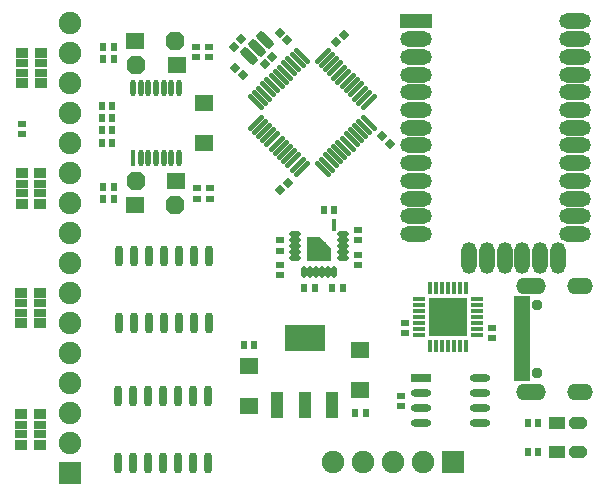
<source format=gts>
G04*
G04 #@! TF.GenerationSoftware,Altium Limited,Altium Designer,18.1.9 (240)*
G04*
G04 Layer_Color=8388736*
%FSLAX25Y25*%
%MOIN*%
G70*
G01*
G75*
%ADD52O,0.05131X0.10642*%
%ADD53O,0.10642X0.05131*%
%ADD54R,0.10642X0.05131*%
%ADD55R,0.02375X0.02769*%
%ADD56R,0.05800X0.04300*%
G04:AMPARAMS|DCode=57|XSize=58mil|YSize=43mil|CornerRadius=0mil|HoleSize=0mil|Usage=FLASHONLY|Rotation=0.000|XOffset=0mil|YOffset=0mil|HoleType=Round|Shape=Octagon|*
%AMOCTAGOND57*
4,1,8,0.02900,-0.01075,0.02900,0.01075,0.01825,0.02150,-0.01825,0.02150,-0.02900,0.01075,-0.02900,-0.01075,-0.01825,-0.02150,0.01825,-0.02150,0.02900,-0.01075,0.0*
%
%ADD57OCTAGOND57*%

G04:AMPARAMS|DCode=58|XSize=23.75mil|YSize=27.69mil|CornerRadius=0mil|HoleSize=0mil|Usage=FLASHONLY|Rotation=225.000|XOffset=0mil|YOffset=0mil|HoleType=Round|Shape=Rectangle|*
%AMROTATEDRECTD58*
4,1,4,-0.00139,0.01818,0.01818,-0.00139,0.00139,-0.01818,-0.01818,0.00139,-0.00139,0.01818,0.0*
%
%ADD58ROTATEDRECTD58*%

G04:AMPARAMS|DCode=59|XSize=23.75mil|YSize=27.69mil|CornerRadius=0mil|HoleSize=0mil|Usage=FLASHONLY|Rotation=135.000|XOffset=0mil|YOffset=0mil|HoleType=Round|Shape=Rectangle|*
%AMROTATEDRECTD59*
4,1,4,0.01818,0.00139,-0.00139,-0.01818,-0.01818,-0.00139,0.00139,0.01818,0.01818,0.00139,0.0*
%
%ADD59ROTATEDRECTD59*%

G04:AMPARAMS|DCode=60|XSize=29.65mil|YSize=65.09mil|CornerRadius=9.41mil|HoleSize=0mil|Usage=FLASHONLY|Rotation=225.000|XOffset=0mil|YOffset=0mil|HoleType=Round|Shape=RoundedRectangle|*
%AMROUNDEDRECTD60*
21,1,0.02965,0.04626,0,0,225.0*
21,1,0.01083,0.06509,0,0,225.0*
1,1,0.01883,-0.02018,0.01253*
1,1,0.01883,-0.01253,0.02018*
1,1,0.01883,0.02018,-0.01253*
1,1,0.01883,0.01253,-0.02018*
%
%ADD60ROUNDEDRECTD60*%
G04:AMPARAMS|DCode=61|XSize=29.65mil|YSize=65.09mil|CornerRadius=9.41mil|HoleSize=0mil|Usage=FLASHONLY|Rotation=225.000|XOffset=0mil|YOffset=0mil|HoleType=Round|Shape=RoundedRectangle|*
%AMROUNDEDRECTD61*
21,1,0.02965,0.04626,0,0,225.0*
21,1,0.01083,0.06509,0,0,225.0*
1,1,0.01883,-0.02018,0.01253*
1,1,0.01883,-0.01253,0.02018*
1,1,0.01883,0.02018,-0.01253*
1,1,0.01883,0.01253,-0.02018*
%
%ADD61ROUNDEDRECTD61*%
%ADD62R,0.05328X0.01981*%
%ADD63R,0.05320X0.01980*%
%ADD64R,0.12729X0.12729*%
%ADD65R,0.04147X0.01784*%
%ADD66R,0.01784X0.04147*%
G04:AMPARAMS|DCode=67|XSize=17.84mil|YSize=69.02mil|CornerRadius=0mil|HoleSize=0mil|Usage=FLASHONLY|Rotation=45.000|XOffset=0mil|YOffset=0mil|HoleType=Round|Shape=Round|*
%AMOVALD67*
21,1,0.05118,0.01784,0.00000,0.00000,135.0*
1,1,0.01784,0.01810,-0.01810*
1,1,0.01784,-0.01810,0.01810*
%
%ADD67OVALD67*%

G04:AMPARAMS|DCode=68|XSize=17.84mil|YSize=69.02mil|CornerRadius=0mil|HoleSize=0mil|Usage=FLASHONLY|Rotation=315.000|XOffset=0mil|YOffset=0mil|HoleType=Round|Shape=Round|*
%AMOVALD68*
21,1,0.05118,0.01784,0.00000,0.00000,45.0*
1,1,0.01784,-0.01810,-0.01810*
1,1,0.01784,0.01810,0.01810*
%
%ADD68OVALD68*%

%ADD69O,0.03950X0.01784*%
%ADD70O,0.01784X0.03950*%
%ADD71R,0.01784X0.03950*%
%ADD72R,0.04737X0.04737*%
%ADD73R,0.02769X0.02375*%
%ADD74R,0.04343X0.03359*%
%ADD75R,0.04343X0.02769*%
%ADD76R,0.06706X0.02769*%
%ADD77O,0.06706X0.02769*%
%ADD78R,0.13398X0.09068*%
%ADD79R,0.04343X0.09068*%
%ADD80R,0.06312X0.05524*%
G04:AMPARAMS|DCode=81|XSize=63mil|YSize=58mil|CornerRadius=0mil|HoleSize=0mil|Usage=FLASHONLY|Rotation=180.000|XOffset=0mil|YOffset=0mil|HoleType=Round|Shape=Octagon|*
%AMOCTAGOND81*
4,1,8,-0.03150,0.01450,-0.03150,-0.01450,-0.01700,-0.02900,0.01700,-0.02900,0.03150,-0.01450,0.03150,0.01450,0.01700,0.02900,-0.01700,0.02900,-0.03150,0.01450,0.0*
%
%ADD81OCTAGOND81*%

%ADD82R,0.06300X0.05800*%
%ADD83O,0.01784X0.05524*%
%ADD84R,0.01784X0.05524*%
%ADD85O,0.02559X0.07087*%
%ADD86R,0.07493X0.07493*%
%ADD87C,0.07493*%
%ADD88O,0.09855X0.05524*%
%ADD89O,0.08674X0.05524*%
%ADD90C,0.03753*%
%ADD91R,0.07493X0.07493*%
G36*
X12437Y-133237D02*
X4563D01*
Y-125363D01*
X8763Y-125363D01*
X12437Y-129037D01*
X12437Y-133237D01*
D02*
G37*
D52*
X64447Y-132231D02*
D03*
X70353D02*
D03*
X76258D02*
D03*
X82164D02*
D03*
X58542D02*
D03*
X88069D02*
D03*
D53*
X93975Y-124357D02*
D03*
Y-118452D02*
D03*
Y-112547D02*
D03*
Y-106641D02*
D03*
Y-100735D02*
D03*
Y-94830D02*
D03*
Y-88924D02*
D03*
Y-83019D02*
D03*
Y-77113D02*
D03*
Y-71208D02*
D03*
Y-65302D02*
D03*
Y-59397D02*
D03*
Y-53491D02*
D03*
X40825Y-59397D02*
D03*
Y-65302D02*
D03*
Y-71208D02*
D03*
Y-77113D02*
D03*
Y-83019D02*
D03*
Y-88924D02*
D03*
Y-94830D02*
D03*
Y-100735D02*
D03*
Y-106641D02*
D03*
Y-112547D02*
D03*
Y-118452D02*
D03*
Y-124357D02*
D03*
D54*
Y-53491D02*
D03*
D55*
X78229Y-197100D02*
D03*
X81575Y-197100D02*
D03*
X-60408Y-89800D02*
D03*
X-63754D02*
D03*
Y-85700D02*
D03*
X-60408D02*
D03*
X-63754Y-81600D02*
D03*
X-60408D02*
D03*
Y-93900D02*
D03*
X-63754D02*
D03*
X-60008Y-66100D02*
D03*
X-63354D02*
D03*
Y-108600D02*
D03*
X-60008D02*
D03*
X-63354Y-62000D02*
D03*
X-60008D02*
D03*
Y-112640D02*
D03*
X-63354D02*
D03*
X78129Y-187500D02*
D03*
X81475D02*
D03*
X-16571Y-161300D02*
D03*
X-13028Y-161300D02*
D03*
X20629Y-184100D02*
D03*
X24172Y-184100D02*
D03*
X3573Y-142400D02*
D03*
X7116Y-142400D02*
D03*
X16445Y-142383D02*
D03*
X12902Y-142383D02*
D03*
X13421Y-116283D02*
D03*
X10075D02*
D03*
D56*
X87801Y-197174D02*
D03*
X87700Y-187474D02*
D03*
D57*
X94801Y-197174D02*
D03*
X94700Y-187474D02*
D03*
D58*
X-9553Y-67852D02*
D03*
X-7186Y-65486D02*
D03*
X-1847Y-107248D02*
D03*
X-4353Y-109753D02*
D03*
X14195Y-60505D02*
D03*
X16700Y-58000D02*
D03*
X-20006Y-62005D02*
D03*
X-17500Y-59500D02*
D03*
D59*
X-4652Y-57247D02*
D03*
X-2147Y-59753D02*
D03*
X29648Y-91747D02*
D03*
X32153Y-94253D02*
D03*
X-16848Y-71453D02*
D03*
X-19353Y-68947D02*
D03*
D60*
X-9555Y-59755D02*
D03*
D61*
X-12200Y-62400D02*
D03*
X-14845Y-65045D02*
D03*
D62*
X76057Y-146111D02*
D03*
Y-147292D02*
D03*
X76057Y-149260D02*
D03*
X76057Y-150442D02*
D03*
X76057Y-152410D02*
D03*
X76057Y-156347D02*
D03*
X76063Y-158316D02*
D03*
X76057Y-160284D02*
D03*
X76064Y-162254D02*
D03*
X76055Y-164221D02*
D03*
X76073Y-168158D02*
D03*
Y-169339D02*
D03*
X76063Y-171308D02*
D03*
Y-172489D02*
D03*
D63*
X76057Y-154379D02*
D03*
X76057Y-166190D02*
D03*
D64*
X51500Y-151979D02*
D03*
D65*
X41953Y-157885D02*
D03*
Y-155916D02*
D03*
Y-153948D02*
D03*
Y-151979D02*
D03*
Y-150011D02*
D03*
Y-148042D02*
D03*
Y-146074D02*
D03*
X61047D02*
D03*
Y-148042D02*
D03*
Y-150011D02*
D03*
X61047Y-151979D02*
D03*
X61047Y-153948D02*
D03*
Y-155916D02*
D03*
Y-157885D02*
D03*
D66*
X45594Y-142432D02*
D03*
X47563D02*
D03*
X49531D02*
D03*
X51500Y-142432D02*
D03*
X53469Y-142432D02*
D03*
X55437D02*
D03*
X57406D02*
D03*
Y-161526D02*
D03*
X55437D02*
D03*
X53469D02*
D03*
X51500D02*
D03*
X49531D02*
D03*
X47563D02*
D03*
X45594D02*
D03*
D67*
X2721Y-65010D02*
D03*
X1329Y-66402D02*
D03*
X-63Y-67794D02*
D03*
X-1455Y-69186D02*
D03*
X-2847Y-70578D02*
D03*
X-4239Y-71970D02*
D03*
X-5630Y-73361D02*
D03*
X-7022Y-74753D02*
D03*
X-8414Y-76145D02*
D03*
X-9806Y-77537D02*
D03*
X-11198Y-78929D02*
D03*
X-12590Y-80321D02*
D03*
X9679Y-102590D02*
D03*
X11071Y-101198D02*
D03*
X12463Y-99806D02*
D03*
X13855Y-98414D02*
D03*
X15247Y-97022D02*
D03*
X16638Y-95630D02*
D03*
X18030Y-94239D02*
D03*
X19422Y-92847D02*
D03*
X20814Y-91455D02*
D03*
X22206Y-90063D02*
D03*
X23598Y-88671D02*
D03*
X24990Y-87279D02*
D03*
D68*
X-12590D02*
D03*
X-11198Y-88671D02*
D03*
X-9806Y-90063D02*
D03*
X-8414Y-91455D02*
D03*
X-7022Y-92847D02*
D03*
X-5630Y-94239D02*
D03*
X-4239Y-95630D02*
D03*
X-2847Y-97022D02*
D03*
X-1455Y-98414D02*
D03*
X-63Y-99806D02*
D03*
X1329Y-101198D02*
D03*
X2721Y-102590D02*
D03*
X24990Y-80321D02*
D03*
X23598Y-78929D02*
D03*
X22206Y-77537D02*
D03*
X20814Y-76145D02*
D03*
X19422Y-74753D02*
D03*
X18030Y-73361D02*
D03*
X16638Y-71970D02*
D03*
X15247Y-70578D02*
D03*
X13855Y-69186D02*
D03*
X12463Y-67794D02*
D03*
X11071Y-66402D02*
D03*
X9679Y-65010D02*
D03*
D69*
X16374Y-132253D02*
D03*
Y-130284D02*
D03*
Y-128316D02*
D03*
X16374Y-126347D02*
D03*
Y-124379D02*
D03*
X626D02*
D03*
Y-126347D02*
D03*
X626Y-128316D02*
D03*
Y-130284D02*
D03*
Y-132253D02*
D03*
D70*
X3579Y-137174D02*
D03*
X5547D02*
D03*
X7516D02*
D03*
X9484D02*
D03*
X11453D02*
D03*
X13421D02*
D03*
D71*
Y-121426D02*
D03*
D72*
X8500Y-129300D02*
D03*
D73*
X37100Y-154029D02*
D03*
X37100Y-157375D02*
D03*
X66100Y-155700D02*
D03*
X66100Y-159046D02*
D03*
X21544Y-126254D02*
D03*
Y-122908D02*
D03*
X21545Y-131312D02*
D03*
Y-134658D02*
D03*
X-32400Y-61879D02*
D03*
X-32400Y-65422D02*
D03*
X-32200Y-112712D02*
D03*
X-32200Y-109169D02*
D03*
X-28300Y-65471D02*
D03*
X-28300Y-61928D02*
D03*
X-28000Y-112712D02*
D03*
X-28000Y-109169D02*
D03*
X-90500Y-87629D02*
D03*
X-90500Y-91172D02*
D03*
X-4555Y-134612D02*
D03*
X-4555Y-138155D02*
D03*
X-4556Y-129926D02*
D03*
X-4555Y-126383D02*
D03*
X35700Y-181771D02*
D03*
X35700Y-178228D02*
D03*
D74*
X-90650Y-114239D02*
D03*
Y-104161D02*
D03*
X-84350D02*
D03*
Y-114239D02*
D03*
X-84150Y-63961D02*
D03*
Y-74039D02*
D03*
X-90450D02*
D03*
Y-63961D02*
D03*
X-90850Y-194539D02*
D03*
Y-184461D02*
D03*
X-84550D02*
D03*
Y-194539D02*
D03*
X-90850Y-154039D02*
D03*
Y-143961D02*
D03*
X-84550D02*
D03*
Y-154039D02*
D03*
D75*
X-90650Y-110775D02*
D03*
Y-107625D02*
D03*
X-84350D02*
D03*
Y-110775D02*
D03*
X-84150Y-67425D02*
D03*
Y-70575D02*
D03*
X-90450D02*
D03*
Y-67425D02*
D03*
X-90850Y-191075D02*
D03*
Y-187925D02*
D03*
X-84550D02*
D03*
Y-191075D02*
D03*
X-90850Y-150575D02*
D03*
Y-147425D02*
D03*
X-84550D02*
D03*
Y-150575D02*
D03*
D76*
X42358Y-172400D02*
D03*
D77*
X42358Y-177400D02*
D03*
Y-182400D02*
D03*
X42358Y-187400D02*
D03*
X62042Y-172400D02*
D03*
Y-177400D02*
D03*
X62042Y-182400D02*
D03*
X62042Y-187400D02*
D03*
D78*
X3677Y-158979D02*
D03*
D79*
X12732Y-181420D02*
D03*
X3677D02*
D03*
X-5379D02*
D03*
D80*
X22176Y-176400D02*
D03*
Y-163014D02*
D03*
X-14923Y-168307D02*
D03*
Y-181693D02*
D03*
X-29900Y-93993D02*
D03*
Y-80607D02*
D03*
D81*
X-52350Y-68000D02*
D03*
X-39350Y-60000D02*
D03*
X-52596Y-106800D02*
D03*
X-39450Y-114753D02*
D03*
D82*
X-38850Y-68000D02*
D03*
X-52850Y-60000D02*
D03*
X-39096Y-106800D02*
D03*
X-52950Y-114753D02*
D03*
D83*
X-53523Y-75686D02*
D03*
X-50964D02*
D03*
X-48404D02*
D03*
X-45845D02*
D03*
X-43286D02*
D03*
X-40727D02*
D03*
X-38168D02*
D03*
Y-98914D02*
D03*
X-40727D02*
D03*
X-43286D02*
D03*
X-45845D02*
D03*
X-48404D02*
D03*
X-50964D02*
D03*
D84*
X-53523D02*
D03*
D85*
X-33100Y-131700D02*
D03*
X-38100D02*
D03*
X-43100D02*
D03*
X-48100D02*
D03*
X-53100D02*
D03*
X-58100D02*
D03*
X-28100D02*
D03*
X-28100Y-153900D02*
D03*
X-33100D02*
D03*
X-38100D02*
D03*
X-43100D02*
D03*
X-48100D02*
D03*
X-53100D02*
D03*
X-58100D02*
D03*
X-33500Y-178400D02*
D03*
X-38500D02*
D03*
X-43500D02*
D03*
X-48500D02*
D03*
X-53500D02*
D03*
X-58500D02*
D03*
X-28500D02*
D03*
X-28500Y-200600D02*
D03*
X-33500D02*
D03*
X-38500D02*
D03*
X-43500D02*
D03*
X-48500D02*
D03*
X-53500D02*
D03*
X-58500D02*
D03*
D86*
X53200Y-200300D02*
D03*
D87*
X43200D02*
D03*
X33200D02*
D03*
X23200D02*
D03*
X13200D02*
D03*
X-74500Y-74000D02*
D03*
Y-94000D02*
D03*
Y-134000D02*
D03*
Y-144000D02*
D03*
Y-164000D02*
D03*
Y-194000D02*
D03*
Y-184000D02*
D03*
Y-174000D02*
D03*
Y-154000D02*
D03*
Y-124000D02*
D03*
Y-114000D02*
D03*
Y-104000D02*
D03*
Y-84000D02*
D03*
Y-64000D02*
D03*
Y-54000D02*
D03*
D88*
X79206Y-177017D02*
D03*
X79206Y-141584D02*
D03*
D89*
X95545Y-141583D02*
D03*
X95545Y-177016D02*
D03*
D90*
X81175Y-147922D02*
D03*
Y-170677D02*
D03*
D91*
X-74500Y-204000D02*
D03*
M02*

</source>
